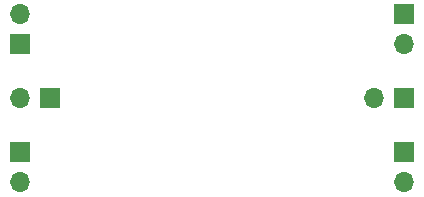
<source format=gbr>
G04 #@! TF.FileFunction,Soldermask,Bot*
%FSLAX46Y46*%
G04 Gerber Fmt 4.6, Leading zero omitted, Abs format (unit mm)*
G04 Created by KiCad (PCBNEW 4.0.7) date 11/01/17 14:12:36*
%MOMM*%
%LPD*%
G01*
G04 APERTURE LIST*
%ADD10C,0.076200*%
%ADD11R,1.700000X1.700000*%
%ADD12O,1.700000X1.700000*%
G04 APERTURE END LIST*
D10*
D11*
X164338000Y-102108000D03*
D12*
X164338000Y-99568000D03*
D11*
X196850000Y-99568000D03*
D12*
X196850000Y-102108000D03*
D11*
X164338000Y-111252000D03*
D12*
X164338000Y-113792000D03*
D11*
X196850000Y-111252000D03*
D12*
X196850000Y-113792000D03*
D11*
X166878000Y-106680000D03*
D12*
X164338000Y-106680000D03*
D11*
X196850000Y-106680000D03*
D12*
X194310000Y-106680000D03*
M02*

</source>
